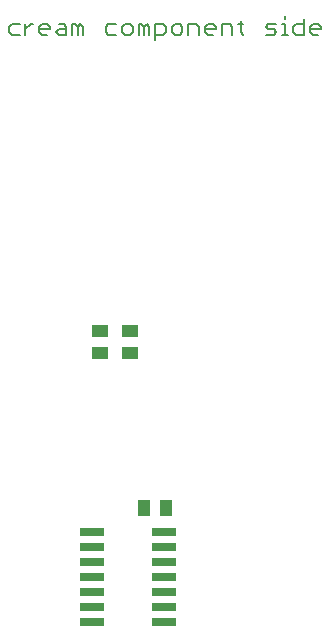
<source format=gbr>
G04 EAGLE Gerber RS-274X export*
G75*
%MOMM*%
%FSLAX34Y34*%
%LPD*%
%INSolderpaste Top*%
%IPPOS*%
%AMOC8*
5,1,8,0,0,1.08239X$1,22.5*%
G01*
%ADD10R,1.397000X1.092200*%
%ADD11R,2.032000X0.660400*%
%ADD12C,0.177800*%
%ADD13R,1.092200X1.397000*%


D10*
X91075Y301681D03*
X91075Y282885D03*
X116475Y301681D03*
X116475Y282885D03*
D11*
X83566Y131763D03*
X145034Y131763D03*
X83566Y119063D03*
X83566Y106363D03*
X145034Y119063D03*
X145034Y106363D03*
X83566Y93663D03*
X145034Y93663D03*
X83566Y80963D03*
X83566Y68263D03*
X145034Y80963D03*
X145034Y68263D03*
X83566Y55563D03*
X145034Y55563D03*
D12*
X22571Y561686D02*
X15835Y561686D01*
X13589Y559441D01*
X13589Y554950D01*
X15835Y552704D01*
X22571Y552704D01*
X27622Y552704D02*
X27622Y561686D01*
X27622Y557195D02*
X32113Y561686D01*
X34359Y561686D01*
X41561Y552704D02*
X46053Y552704D01*
X41561Y552704D02*
X39316Y554950D01*
X39316Y559441D01*
X41561Y561686D01*
X46053Y561686D01*
X48298Y559441D01*
X48298Y557195D01*
X39316Y557195D01*
X55594Y561686D02*
X60085Y561686D01*
X62331Y559441D01*
X62331Y552704D01*
X55594Y552704D01*
X53349Y554950D01*
X55594Y557195D01*
X62331Y557195D01*
X67381Y552704D02*
X67381Y561686D01*
X69627Y561686D01*
X71872Y559441D01*
X71872Y552704D01*
X71872Y559441D02*
X74118Y561686D01*
X76364Y559441D01*
X76364Y552704D01*
X97692Y561686D02*
X104429Y561686D01*
X97692Y561686D02*
X95447Y559441D01*
X95447Y554950D01*
X97692Y552704D01*
X104429Y552704D01*
X111725Y552704D02*
X116216Y552704D01*
X118462Y554950D01*
X118462Y559441D01*
X116216Y561686D01*
X111725Y561686D01*
X109480Y559441D01*
X109480Y554950D01*
X111725Y552704D01*
X123512Y552704D02*
X123512Y561686D01*
X125758Y561686D01*
X128004Y559441D01*
X128004Y552704D01*
X128004Y559441D02*
X130249Y561686D01*
X132495Y559441D01*
X132495Y552704D01*
X137545Y548213D02*
X137545Y561686D01*
X144282Y561686D01*
X146528Y559441D01*
X146528Y554950D01*
X144282Y552704D01*
X137545Y552704D01*
X153824Y552704D02*
X158315Y552704D01*
X160560Y554950D01*
X160560Y559441D01*
X158315Y561686D01*
X153824Y561686D01*
X151578Y559441D01*
X151578Y554950D01*
X153824Y552704D01*
X165611Y552704D02*
X165611Y561686D01*
X172348Y561686D01*
X174593Y559441D01*
X174593Y552704D01*
X181889Y552704D02*
X186380Y552704D01*
X181889Y552704D02*
X179644Y554950D01*
X179644Y559441D01*
X181889Y561686D01*
X186380Y561686D01*
X188626Y559441D01*
X188626Y557195D01*
X179644Y557195D01*
X193676Y552704D02*
X193676Y561686D01*
X200413Y561686D01*
X202659Y559441D01*
X202659Y552704D01*
X209955Y554950D02*
X209955Y563932D01*
X209955Y554950D02*
X212200Y552704D01*
X212200Y561686D02*
X207709Y561686D01*
X231097Y552704D02*
X237834Y552704D01*
X240079Y554950D01*
X237834Y557195D01*
X233343Y557195D01*
X231097Y559441D01*
X233343Y561686D01*
X240079Y561686D01*
X245130Y561686D02*
X247375Y561686D01*
X247375Y552704D01*
X245130Y552704D02*
X249621Y552704D01*
X247375Y566178D02*
X247375Y568423D01*
X263467Y566178D02*
X263467Y552704D01*
X256731Y552704D01*
X254485Y554950D01*
X254485Y559441D01*
X256731Y561686D01*
X263467Y561686D01*
X270763Y552704D02*
X275255Y552704D01*
X270763Y552704D02*
X268518Y554950D01*
X268518Y559441D01*
X270763Y561686D01*
X275255Y561686D01*
X277500Y559441D01*
X277500Y557195D01*
X268518Y557195D01*
D13*
X146558Y151765D03*
X127762Y151765D03*
M02*

</source>
